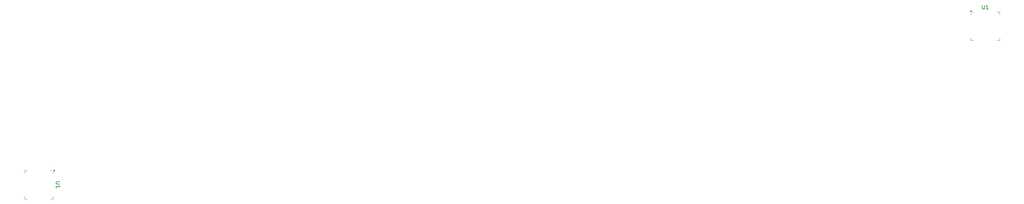
<source format=gbr>
G04 Gerber file generated by Gerbonara*
%TF.GenerationSoftware,KiCad,Pcbnew,8.0.2-1*%
%TF.CreationDate,2024-09-09T14:50:12+01:00*%
%TF.ProjectId,test_module_1,74657374-5f6d-46f6-9475-6c655f312e6b,rev?*%
%TF.SameCoordinates,Original*%
%TF.FileFunction,Legend,Top*%
%TF.FilePolarity,Positive*%
%MOMM*%
%FSLAX45Y45*%
%IPPOS*%
G75
%LPD*%
%ADD10C,0.15*%
%ADD11C,0.12*%
D10*
X013923809Y-009432482D02*
X013923809Y-009513434D01*
X013928571Y-009522958D01*
X013933333Y-009527720D01*
X013942857Y-009532482D01*
X013961905Y-009532482D01*
X013971428Y-009527720D01*
X013976190Y-009522958D01*
X013980952Y-009513434D01*
X013980952Y-009432482D01*
X014080952Y-009532482D02*
X014023809Y-009532482D01*
X014052381Y-009532482D02*
X014052381Y-009432482D01*
X014042857Y-009446768D01*
X014033333Y-009456291D01*
X014023809Y-009461053D01*
D11*
X013639000Y-009671000D02*
X013639000Y-009630000D01*
X013639000Y-010328000D02*
X013639000Y-010263000D01*
X013704000Y-009606000D02*
X013669000Y-009606000D01*
X013704000Y-010328000D02*
X013639000Y-010328000D01*
X014296000Y-009606000D02*
X014361000Y-009606000D01*
X014296000Y-010328000D02*
X014361000Y-010328000D01*
X014361000Y-009606000D02*
X014361000Y-009671000D01*
X014361000Y-010328000D02*
X014361000Y-010263000D01*
X013639000Y-009606000D02*
X013615000Y-009573000D01*
X013663000Y-009573000D01*
X013639000Y-009606000D01*
G36*
G01**
X013615000Y-009573000D01*
X013663000Y-009573000D01*
X013639000Y-009606000D01*
G37*
D10*
X-009431963Y-013923322D02*
X-009512916Y-013923322D01*
X-009522440Y-013928084D01*
X-009527202Y-013932846D01*
X-009531963Y-013942370D01*
X-009531963Y-013961417D01*
X-009527201Y-013970941D01*
X-009522439Y-013975703D01*
X-009512916Y-013980465D01*
X-009431963Y-013980465D01*
X-009531963Y-014080465D02*
X-009531963Y-014023322D01*
X-009531963Y-014051894D02*
X-009431963Y-014051893D01*
X-009446249Y-014042370D01*
X-009455773Y-014032846D01*
X-009460535Y-014023322D01*
D11*
X-009670482Y-013638513D02*
X-009629482Y-013638513D01*
X-010327482Y-013638514D02*
X-010262482Y-013638514D01*
X-009605482Y-013703513D02*
X-009605482Y-013668513D01*
X-010327482Y-013703514D02*
X-010327482Y-013638514D01*
X-009605481Y-014295513D02*
X-009605481Y-014360513D01*
X-010327481Y-014295514D02*
X-010327481Y-014360514D01*
X-009605481Y-014360513D02*
X-009670481Y-014360513D01*
X-010327481Y-014360514D02*
X-010262481Y-014360514D01*
X-009605482Y-013638513D02*
X-009572482Y-013614513D01*
X-009572482Y-013662513D01*
X-009605482Y-013638513D01*
G36*
G01**
X-009572482Y-013614513D01*
X-009572482Y-013662513D01*
X-009605482Y-013638513D01*
G37*
M02*
</source>
